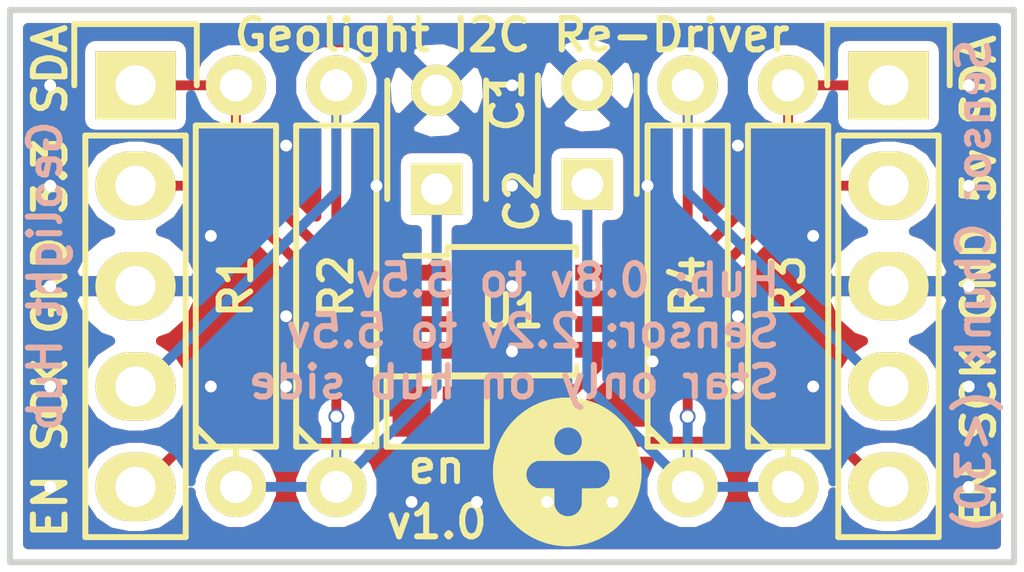
<source format=kicad_pcb>
(kicad_pcb (version 4) (host pcbnew 4.0.2-stable)

  (general
    (links 23)
    (no_connects 0)
    (area 136.139286 94.105 164.825 112.649001)
    (thickness 1.6)
    (drawings 11)
    (tracks 154)
    (zones 0)
    (modules 11)
    (nets 10)
  )

  (page A4)
  (layers
    (0 F.Cu signal)
    (31 B.Cu signal)
    (32 B.Adhes user)
    (33 F.Adhes user)
    (34 B.Paste user)
    (35 F.Paste user)
    (36 B.SilkS user)
    (37 F.SilkS user)
    (38 B.Mask user)
    (39 F.Mask user)
    (40 Dwgs.User user hide)
    (41 Cmts.User user hide)
    (42 Eco1.User user hide)
    (43 Eco2.User user hide)
    (44 Edge.Cuts user)
    (45 Margin user hide)
    (46 B.CrtYd user hide)
    (47 F.CrtYd user hide)
    (48 B.Fab user hide)
    (49 F.Fab user hide)
  )

  (setup
    (last_trace_width 0.25)
    (trace_clearance 0.2)
    (zone_clearance 0.254)
    (zone_45_only no)
    (trace_min 0.2032)
    (segment_width 0.2)
    (edge_width 0.15)
    (via_size 0.4)
    (via_drill 0.3)
    (via_min_size 0.3)
    (via_min_drill 0.3)
    (uvia_size 0.3)
    (uvia_drill 0.1)
    (uvias_allowed no)
    (uvia_min_size 0.2)
    (uvia_min_drill 0.1)
    (pcb_text_width 0.3)
    (pcb_text_size 1.5 1.5)
    (mod_edge_width 0.15)
    (mod_text_size 1 1)
    (mod_text_width 0.15)
    (pad_size 1.524 1.524)
    (pad_drill 0.762)
    (pad_to_mask_clearance 0.2)
    (aux_axis_origin 0 0)
    (visible_elements FFFFFF7F)
    (pcbplotparams
      (layerselection 0x010fc_80000001)
      (usegerberextensions true)
      (excludeedgelayer true)
      (linewidth 0.100000)
      (plotframeref false)
      (viasonmask false)
      (mode 1)
      (useauxorigin false)
      (hpglpennumber 1)
      (hpglpenspeed 20)
      (hpglpendiameter 15)
      (hpglpenoverlay 2)
      (psnegative false)
      (psa4output false)
      (plotreference true)
      (plotvalue true)
      (plotinvisibletext false)
      (padsonsilk true)
      (subtractmaskfromsilk true)
      (outputformat 1)
      (mirror false)
      (drillshape 0)
      (scaleselection 1)
      (outputdirectory /Users/bbmatkin/Documents/!SFU/!TANGIBLE/pcb/GEOLIGHT_EDA/geolight_i2cBuffer/geolight_i2cBuffer_v1.0/))
  )

  (net 0 "")
  (net 1 +3V3)
  (net 2 GND)
  (net 3 +5V)
  (net 4 "Net-(JP1-Pad1)")
  (net 5 "Net-(JP1-Pad2)")
  (net 6 "Net-(P2-Pad1)")
  (net 7 "Net-(P2-Pad4)")
  (net 8 "Net-(P1-Pad1)")
  (net 9 "Net-(P1-Pad4)")

  (net_class Default "This is the default net class."
    (clearance 0.2)
    (trace_width 0.25)
    (via_dia 0.4)
    (via_drill 0.3)
    (uvia_dia 0.3)
    (uvia_drill 0.1)
    (add_net +3V3)
    (add_net +5V)
    (add_net GND)
    (add_net "Net-(JP1-Pad1)")
    (add_net "Net-(JP1-Pad2)")
    (add_net "Net-(P1-Pad1)")
    (add_net "Net-(P1-Pad4)")
    (add_net "Net-(P2-Pad1)")
    (add_net "Net-(P2-Pad4)")
  )

  (module Capacitors_ThroughHole:C_Disc_D3_P2.5 (layer F.Cu) (tedit 58EC0FDD) (tstamp 58EC072E)
    (at 147.32 102.957 90)
    (descr "Capacitor 3mm Disc, Pitch 2.5mm")
    (tags Capacitor)
    (path /58EC0C12)
    (fp_text reference C1 (at 2.246 1.778 90) (layer F.SilkS)
      (effects (font (size 0.8 0.8) (thickness 0.15)))
    )
    (fp_text value 0.1uF (at 1.25 2.5 90) (layer F.Fab)
      (effects (font (size 1 1) (thickness 0.15)))
    )
    (fp_line (start -0.9 -1.5) (end 3.4 -1.5) (layer F.CrtYd) (width 0.05))
    (fp_line (start 3.4 -1.5) (end 3.4 1.5) (layer F.CrtYd) (width 0.05))
    (fp_line (start 3.4 1.5) (end -0.9 1.5) (layer F.CrtYd) (width 0.05))
    (fp_line (start -0.9 1.5) (end -0.9 -1.5) (layer F.CrtYd) (width 0.05))
    (fp_line (start -0.25 -1.25) (end 2.75 -1.25) (layer F.SilkS) (width 0.15))
    (fp_line (start 2.75 1.25) (end -0.25 1.25) (layer F.SilkS) (width 0.15))
    (pad 1 thru_hole rect (at 0 0 90) (size 1.3 1.3) (drill 0.8) (layers *.Cu *.Mask F.SilkS)
      (net 1 +3V3))
    (pad 2 thru_hole circle (at 2.5 0 90) (size 1.3 1.3) (drill 0.8001) (layers *.Cu *.Mask F.SilkS)
      (net 2 GND))
    (model Capacitors_ThroughHole.3dshapes/C_Disc_D3_P2.5.wrl
      (at (xyz 0.0492126 0 0))
      (scale (xyz 1 1 1))
      (rotate (xyz 0 0 0))
    )
  )

  (module Capacitors_ThroughHole:C_Disc_D3_P2.5 (layer F.Cu) (tedit 58EC0FE9) (tstamp 58EC0734)
    (at 151.13 102.83 90)
    (descr "Capacitor 3mm Disc, Pitch 2.5mm")
    (tags Capacitor)
    (path /58EC0D64)
    (fp_text reference C2 (at -0.421 -1.651 90) (layer F.SilkS)
      (effects (font (size 0.8 0.8) (thickness 0.15)))
    )
    (fp_text value 0.1uF (at 1.25 2.5 90) (layer F.Fab)
      (effects (font (size 1 1) (thickness 0.15)))
    )
    (fp_line (start -0.9 -1.5) (end 3.4 -1.5) (layer F.CrtYd) (width 0.05))
    (fp_line (start 3.4 -1.5) (end 3.4 1.5) (layer F.CrtYd) (width 0.05))
    (fp_line (start 3.4 1.5) (end -0.9 1.5) (layer F.CrtYd) (width 0.05))
    (fp_line (start -0.9 1.5) (end -0.9 -1.5) (layer F.CrtYd) (width 0.05))
    (fp_line (start -0.25 -1.25) (end 2.75 -1.25) (layer F.SilkS) (width 0.15))
    (fp_line (start 2.75 1.25) (end -0.25 1.25) (layer F.SilkS) (width 0.15))
    (pad 1 thru_hole rect (at 0 0 90) (size 1.3 1.3) (drill 0.8) (layers *.Cu *.Mask F.SilkS)
      (net 3 +5V))
    (pad 2 thru_hole circle (at 2.5 0 90) (size 1.3 1.3) (drill 0.8001) (layers *.Cu *.Mask F.SilkS)
      (net 2 GND))
    (model Capacitors_ThroughHole.3dshapes/C_Disc_D3_P2.5.wrl
      (at (xyz 0.0492126 0 0))
      (scale (xyz 1 1 1))
      (rotate (xyz 0 0 0))
    )
  )

  (module Connect:GS2 (layer F.Cu) (tedit 58EC142E) (tstamp 58EC073A)
    (at 147.32 108.585 90)
    (descr "Pontet Goute de soudure")
    (path /58EC05DD)
    (attr virtual)
    (fp_text reference en (at -1.397 0 180) (layer F.SilkS)
      (effects (font (size 0.8 0.8) (thickness 0.15)))
    )
    (fp_text value Jumper_NO_Small (at 1.524 0 180) (layer F.Fab)
      (effects (font (size 1 1) (thickness 0.15)))
    )
    (fp_line (start -0.889 -1.27) (end -0.889 1.27) (layer F.SilkS) (width 0.15))
    (fp_line (start 0.889 1.27) (end 0.889 -1.27) (layer F.SilkS) (width 0.15))
    (fp_line (start 0.889 1.27) (end -0.889 1.27) (layer F.SilkS) (width 0.15))
    (fp_line (start -0.889 -1.27) (end 0.889 -1.27) (layer F.SilkS) (width 0.15))
    (pad 1 smd rect (at 0 -0.635 90) (size 1.27 0.9652) (layers F.Cu F.Paste F.Mask)
      (net 4 "Net-(JP1-Pad1)"))
    (pad 2 smd rect (at 0 0.635 90) (size 1.27 0.9652) (layers F.Cu F.Paste F.Mask)
      (net 5 "Net-(JP1-Pad2)"))
  )

  (module Pin_Headers:Pin_Header_Straight_1x05 (layer F.Cu) (tedit 58EC1018) (tstamp 58EC0743)
    (at 139.7 100.33)
    (descr "Through hole pin header")
    (tags "pin header")
    (path /58EBFFB2)
    (fp_text reference P1 (at 0 -5.1) (layer F.SilkS) hide
      (effects (font (size 1 1) (thickness 0.15)))
    )
    (fp_text value FromHub (at 0 -3.1) (layer F.Fab)
      (effects (font (size 1 1) (thickness 0.15)))
    )
    (fp_line (start -1.55 0) (end -1.55 -1.55) (layer F.SilkS) (width 0.15))
    (fp_line (start -1.55 -1.55) (end 1.55 -1.55) (layer F.SilkS) (width 0.15))
    (fp_line (start 1.55 -1.55) (end 1.55 0) (layer F.SilkS) (width 0.15))
    (fp_line (start -1.75 -1.75) (end -1.75 11.95) (layer F.CrtYd) (width 0.05))
    (fp_line (start 1.75 -1.75) (end 1.75 11.95) (layer F.CrtYd) (width 0.05))
    (fp_line (start -1.75 -1.75) (end 1.75 -1.75) (layer F.CrtYd) (width 0.05))
    (fp_line (start -1.75 11.95) (end 1.75 11.95) (layer F.CrtYd) (width 0.05))
    (fp_line (start 1.27 1.27) (end 1.27 11.43) (layer F.SilkS) (width 0.15))
    (fp_line (start 1.27 11.43) (end -1.27 11.43) (layer F.SilkS) (width 0.15))
    (fp_line (start -1.27 11.43) (end -1.27 1.27) (layer F.SilkS) (width 0.15))
    (fp_line (start 1.27 1.27) (end -1.27 1.27) (layer F.SilkS) (width 0.15))
    (pad 1 thru_hole rect (at 0 0) (size 2.032 1.7272) (drill 1.016) (layers *.Cu *.Mask F.SilkS)
      (net 8 "Net-(P1-Pad1)"))
    (pad 2 thru_hole oval (at 0 2.54) (size 2.032 1.7272) (drill 1.016) (layers *.Cu *.Mask F.SilkS)
      (net 1 +3V3))
    (pad 3 thru_hole oval (at 0 5.08) (size 2.032 1.7272) (drill 1.016) (layers *.Cu *.Mask F.SilkS)
      (net 2 GND))
    (pad 4 thru_hole oval (at 0 7.62) (size 2.032 1.7272) (drill 1.016) (layers *.Cu *.Mask F.SilkS)
      (net 9 "Net-(P1-Pad4)"))
    (pad 5 thru_hole oval (at 0 10.16) (size 2.032 1.7272) (drill 1.016) (layers *.Cu *.Mask F.SilkS)
      (net 4 "Net-(JP1-Pad1)"))
    (model Pin_Headers.3dshapes/Pin_Header_Straight_1x05.wrl
      (at (xyz 0 -0.2 0))
      (scale (xyz 1 1 1))
      (rotate (xyz 0 0 90))
    )
  )

  (module Discret:R4 (layer F.Cu) (tedit 58EC0FF1) (tstamp 58EC0751)
    (at 142.24 105.41 90)
    (descr "Resitance 4 pas")
    (tags R)
    (path /58EC0334)
    (fp_text reference R1 (at 0 0 90) (layer F.SilkS)
      (effects (font (size 0.8 0.8) (thickness 0.15)))
    )
    (fp_text value 1k4 (at 0 0 90) (layer F.Fab)
      (effects (font (size 1 1) (thickness 0.15)))
    )
    (fp_line (start -5.08 0) (end -4.064 0) (layer F.SilkS) (width 0.15))
    (fp_line (start -4.064 0) (end -4.064 -1.016) (layer F.SilkS) (width 0.15))
    (fp_line (start -4.064 -1.016) (end 4.064 -1.016) (layer F.SilkS) (width 0.15))
    (fp_line (start 4.064 -1.016) (end 4.064 1.016) (layer F.SilkS) (width 0.15))
    (fp_line (start 4.064 1.016) (end -4.064 1.016) (layer F.SilkS) (width 0.15))
    (fp_line (start -4.064 1.016) (end -4.064 0) (layer F.SilkS) (width 0.15))
    (fp_line (start -4.064 -0.508) (end -3.556 -1.016) (layer F.SilkS) (width 0.15))
    (fp_line (start 5.08 0) (end 4.064 0) (layer F.SilkS) (width 0.15))
    (pad 1 thru_hole circle (at -5.08 0 90) (size 1.524 1.524) (drill 0.8128) (layers *.Cu *.Mask F.SilkS)
      (net 1 +3V3))
    (pad 2 thru_hole circle (at 5.08 0 90) (size 1.524 1.524) (drill 0.8128) (layers *.Cu *.Mask F.SilkS)
      (net 8 "Net-(P1-Pad1)"))
    (model Discret.3dshapes/R4.wrl
      (at (xyz 0 0 0))
      (scale (xyz 0.4 0.4 0.4))
      (rotate (xyz 0 0 0))
    )
  )

  (module Discret:R4 (layer F.Cu) (tedit 58EC0FF6) (tstamp 58EC0757)
    (at 144.78 105.41 90)
    (descr "Resitance 4 pas")
    (tags R)
    (path /58EC035E)
    (fp_text reference R2 (at 0 0 90) (layer F.SilkS)
      (effects (font (size 0.8 0.8) (thickness 0.15)))
    )
    (fp_text value 1k4 (at 0 0 90) (layer F.Fab)
      (effects (font (size 1 1) (thickness 0.15)))
    )
    (fp_line (start -5.08 0) (end -4.064 0) (layer F.SilkS) (width 0.15))
    (fp_line (start -4.064 0) (end -4.064 -1.016) (layer F.SilkS) (width 0.15))
    (fp_line (start -4.064 -1.016) (end 4.064 -1.016) (layer F.SilkS) (width 0.15))
    (fp_line (start 4.064 -1.016) (end 4.064 1.016) (layer F.SilkS) (width 0.15))
    (fp_line (start 4.064 1.016) (end -4.064 1.016) (layer F.SilkS) (width 0.15))
    (fp_line (start -4.064 1.016) (end -4.064 0) (layer F.SilkS) (width 0.15))
    (fp_line (start -4.064 -0.508) (end -3.556 -1.016) (layer F.SilkS) (width 0.15))
    (fp_line (start 5.08 0) (end 4.064 0) (layer F.SilkS) (width 0.15))
    (pad 1 thru_hole circle (at -5.08 0 90) (size 1.524 1.524) (drill 0.8128) (layers *.Cu *.Mask F.SilkS)
      (net 1 +3V3))
    (pad 2 thru_hole circle (at 5.08 0 90) (size 1.524 1.524) (drill 0.8128) (layers *.Cu *.Mask F.SilkS)
      (net 9 "Net-(P1-Pad4)"))
    (model Discret.3dshapes/R4.wrl
      (at (xyz 0 0 0))
      (scale (xyz 0.4 0.4 0.4))
      (rotate (xyz 0 0 0))
    )
  )

  (module Discret:R4 (layer F.Cu) (tedit 58EC100D) (tstamp 58EC075D)
    (at 156.21 105.41 90)
    (descr "Resitance 4 pas")
    (tags R)
    (path /58EC037F)
    (fp_text reference R3 (at 0 0 90) (layer F.SilkS)
      (effects (font (size 0.8 0.8) (thickness 0.15)))
    )
    (fp_text value 1k8 (at 0 0 90) (layer F.Fab)
      (effects (font (size 1 1) (thickness 0.15)))
    )
    (fp_line (start -5.08 0) (end -4.064 0) (layer F.SilkS) (width 0.15))
    (fp_line (start -4.064 0) (end -4.064 -1.016) (layer F.SilkS) (width 0.15))
    (fp_line (start -4.064 -1.016) (end 4.064 -1.016) (layer F.SilkS) (width 0.15))
    (fp_line (start 4.064 -1.016) (end 4.064 1.016) (layer F.SilkS) (width 0.15))
    (fp_line (start 4.064 1.016) (end -4.064 1.016) (layer F.SilkS) (width 0.15))
    (fp_line (start -4.064 1.016) (end -4.064 0) (layer F.SilkS) (width 0.15))
    (fp_line (start -4.064 -0.508) (end -3.556 -1.016) (layer F.SilkS) (width 0.15))
    (fp_line (start 5.08 0) (end 4.064 0) (layer F.SilkS) (width 0.15))
    (pad 1 thru_hole circle (at -5.08 0 90) (size 1.524 1.524) (drill 0.8128) (layers *.Cu *.Mask F.SilkS)
      (net 3 +5V))
    (pad 2 thru_hole circle (at 5.08 0 90) (size 1.524 1.524) (drill 0.8128) (layers *.Cu *.Mask F.SilkS)
      (net 6 "Net-(P2-Pad1)"))
    (model Discret.3dshapes/R4.wrl
      (at (xyz 0 0 0))
      (scale (xyz 0.4 0.4 0.4))
      (rotate (xyz 0 0 0))
    )
  )

  (module Discret:R4 (layer F.Cu) (tedit 58EC1007) (tstamp 58EC0763)
    (at 153.67 105.41 90)
    (descr "Resitance 4 pas")
    (tags R)
    (path /58EC03AE)
    (fp_text reference R4 (at 0 0 90) (layer F.SilkS)
      (effects (font (size 0.8 0.8) (thickness 0.15)))
    )
    (fp_text value 1k8 (at 0 0 90) (layer F.Fab)
      (effects (font (size 1 1) (thickness 0.15)))
    )
    (fp_line (start -5.08 0) (end -4.064 0) (layer F.SilkS) (width 0.15))
    (fp_line (start -4.064 0) (end -4.064 -1.016) (layer F.SilkS) (width 0.15))
    (fp_line (start -4.064 -1.016) (end 4.064 -1.016) (layer F.SilkS) (width 0.15))
    (fp_line (start 4.064 -1.016) (end 4.064 1.016) (layer F.SilkS) (width 0.15))
    (fp_line (start 4.064 1.016) (end -4.064 1.016) (layer F.SilkS) (width 0.15))
    (fp_line (start -4.064 1.016) (end -4.064 0) (layer F.SilkS) (width 0.15))
    (fp_line (start -4.064 -0.508) (end -3.556 -1.016) (layer F.SilkS) (width 0.15))
    (fp_line (start 5.08 0) (end 4.064 0) (layer F.SilkS) (width 0.15))
    (pad 1 thru_hole circle (at -5.08 0 90) (size 1.524 1.524) (drill 0.8128) (layers *.Cu *.Mask F.SilkS)
      (net 3 +5V))
    (pad 2 thru_hole circle (at 5.08 0 90) (size 1.524 1.524) (drill 0.8128) (layers *.Cu *.Mask F.SilkS)
      (net 7 "Net-(P2-Pad4)"))
    (model Discret.3dshapes/R4.wrl
      (at (xyz 0 0 0))
      (scale (xyz 0.4 0.4 0.4))
      (rotate (xyz 0 0 0))
    )
  )

  (module Housings_SSOP:TSSOP-8_3x3mm_Pitch0.65mm (layer F.Cu) (tedit 58EC1002) (tstamp 58EC076F)
    (at 149.225 106.045)
    (descr "TSSOP8: plastic thin shrink small outline package; 8 leads; body width 3 mm; (see NXP SSOP-TSSOP-VSO-REFLOW.pdf and sot505-1_po.pdf)")
    (tags "SSOP 0.65")
    (path /58EBFF23)
    (attr smd)
    (fp_text reference U1 (at 0 0) (layer F.SilkS)
      (effects (font (size 0.8 0.8) (thickness 0.15)))
    )
    (fp_text value PCA9617A (at 0 2.55) (layer F.Fab)
      (effects (font (size 1 1) (thickness 0.15)))
    )
    (fp_line (start -2.95 -1.8) (end -2.95 1.8) (layer F.CrtYd) (width 0.05))
    (fp_line (start 2.95 -1.8) (end 2.95 1.8) (layer F.CrtYd) (width 0.05))
    (fp_line (start -2.95 -1.8) (end 2.95 -1.8) (layer F.CrtYd) (width 0.05))
    (fp_line (start -2.95 1.8) (end 2.95 1.8) (layer F.CrtYd) (width 0.05))
    (fp_line (start -1.625 -1.625) (end -1.625 -1.4) (layer F.SilkS) (width 0.15))
    (fp_line (start 1.625 -1.625) (end 1.625 -1.4) (layer F.SilkS) (width 0.15))
    (fp_line (start 1.625 1.625) (end 1.625 1.4) (layer F.SilkS) (width 0.15))
    (fp_line (start -1.625 1.625) (end -1.625 1.4) (layer F.SilkS) (width 0.15))
    (fp_line (start -1.625 -1.625) (end 1.625 -1.625) (layer F.SilkS) (width 0.15))
    (fp_line (start -1.625 1.625) (end 1.625 1.625) (layer F.SilkS) (width 0.15))
    (fp_line (start -1.625 -1.4) (end -2.7 -1.4) (layer F.SilkS) (width 0.15))
    (pad 1 smd rect (at -2.15 -0.975) (size 1.1 0.4) (layers F.Cu F.Paste F.Mask)
      (net 1 +3V3))
    (pad 2 smd rect (at -2.15 -0.325) (size 1.1 0.4) (layers F.Cu F.Paste F.Mask)
      (net 9 "Net-(P1-Pad4)"))
    (pad 3 smd rect (at -2.15 0.325) (size 1.1 0.4) (layers F.Cu F.Paste F.Mask)
      (net 8 "Net-(P1-Pad1)"))
    (pad 4 smd rect (at -2.15 0.975) (size 1.1 0.4) (layers F.Cu F.Paste F.Mask)
      (net 2 GND))
    (pad 5 smd rect (at 2.15 0.975) (size 1.1 0.4) (layers F.Cu F.Paste F.Mask)
      (net 5 "Net-(JP1-Pad2)"))
    (pad 6 smd rect (at 2.15 0.325) (size 1.1 0.4) (layers F.Cu F.Paste F.Mask)
      (net 6 "Net-(P2-Pad1)"))
    (pad 7 smd rect (at 2.15 -0.325) (size 1.1 0.4) (layers F.Cu F.Paste F.Mask)
      (net 7 "Net-(P2-Pad4)"))
    (pad 8 smd rect (at 2.15 -0.975) (size 1.1 0.4) (layers F.Cu F.Paste F.Mask)
      (net 3 +5V))
    (model Housings_SSOP.3dshapes/TSSOP-8_3x3mm_Pitch0.65mm.wrl
      (at (xyz 0 0 0))
      (scale (xyz 1 1 1))
      (rotate (xyz 0 0 0))
    )
  )

  (module Socket_Strips:Socket_Strip_Straight_1x05 (layer F.Cu) (tedit 58EC1016) (tstamp 58EC0B7F)
    (at 158.75 100.33 270)
    (descr "Through hole socket strip")
    (tags "socket strip")
    (path /58EC000F)
    (fp_text reference P2 (at 0 -5.1 270) (layer F.SilkS) hide
      (effects (font (size 1 1) (thickness 0.15)))
    )
    (fp_text value ToSensor (at 0 -3.1 270) (layer F.Fab)
      (effects (font (size 1 1) (thickness 0.15)))
    )
    (fp_line (start -1.75 -1.75) (end -1.75 1.75) (layer F.CrtYd) (width 0.05))
    (fp_line (start 11.95 -1.75) (end 11.95 1.75) (layer F.CrtYd) (width 0.05))
    (fp_line (start -1.75 -1.75) (end 11.95 -1.75) (layer F.CrtYd) (width 0.05))
    (fp_line (start -1.75 1.75) (end 11.95 1.75) (layer F.CrtYd) (width 0.05))
    (fp_line (start 1.27 1.27) (end 11.43 1.27) (layer F.SilkS) (width 0.15))
    (fp_line (start 11.43 1.27) (end 11.43 -1.27) (layer F.SilkS) (width 0.15))
    (fp_line (start 11.43 -1.27) (end 1.27 -1.27) (layer F.SilkS) (width 0.15))
    (fp_line (start -1.55 1.55) (end 0 1.55) (layer F.SilkS) (width 0.15))
    (fp_line (start 1.27 1.27) (end 1.27 -1.27) (layer F.SilkS) (width 0.15))
    (fp_line (start 0 -1.55) (end -1.55 -1.55) (layer F.SilkS) (width 0.15))
    (fp_line (start -1.55 -1.55) (end -1.55 1.55) (layer F.SilkS) (width 0.15))
    (pad 1 thru_hole rect (at 0 0 270) (size 1.7272 2.032) (drill 1.016) (layers *.Cu *.Mask F.SilkS)
      (net 6 "Net-(P2-Pad1)"))
    (pad 2 thru_hole oval (at 2.54 0 270) (size 1.7272 2.032) (drill 1.016) (layers *.Cu *.Mask F.SilkS)
      (net 3 +5V))
    (pad 3 thru_hole oval (at 5.08 0 270) (size 1.7272 2.032) (drill 1.016) (layers *.Cu *.Mask F.SilkS)
      (net 2 GND))
    (pad 4 thru_hole oval (at 7.62 0 270) (size 1.7272 2.032) (drill 1.016) (layers *.Cu *.Mask F.SilkS)
      (net 7 "Net-(P2-Pad4)"))
    (pad 5 thru_hole oval (at 10.16 0 270) (size 1.7272 2.032) (drill 1.016) (layers *.Cu *.Mask F.SilkS)
      (net 4 "Net-(JP1-Pad1)"))
    (model Socket_Strips.3dshapes/Socket_Strip_Straight_1x05.wrl
      (at (xyz 0.2 0 0))
      (scale (xyz 1 1 1))
      (rotate (xyz 0 0 180))
    )
  )

  (module Symbols:TI_Logo_F.SilkS_4mm (layer F.Cu) (tedit 0) (tstamp 58EC10B4)
    (at 150.622 110.109)
    (fp_text reference G*** (at 0 0) (layer F.SilkS) hide
      (effects (font (thickness 0.3)))
    )
    (fp_text value LOGO (at 0.75 0) (layer F.SilkS) hide
      (effects (font (thickness 0.3)))
    )
    (fp_poly (pts (xy 0.031768 -1.874301) (xy 0.073178 -1.873693) (xy 0.112288 -1.872594) (xy 0.147734 -1.871003)
      (xy 0.178152 -1.868919) (xy 0.192314 -1.867556) (xy 0.310469 -1.851063) (xy 0.426117 -1.827813)
      (xy 0.539121 -1.797865) (xy 0.649345 -1.76128) (xy 0.756651 -1.718115) (xy 0.860904 -1.66843)
      (xy 0.961966 -1.612283) (xy 1.059701 -1.549734) (xy 1.153972 -1.480842) (xy 1.227521 -1.420583)
      (xy 1.251098 -1.399607) (xy 1.277731 -1.374773) (xy 1.306218 -1.34729) (xy 1.33536 -1.318367)
      (xy 1.363954 -1.289213) (xy 1.390801 -1.26104) (xy 1.4147 -1.235055) (xy 1.434451 -1.212469)
      (xy 1.436415 -1.210129) (xy 1.50997 -1.116643) (xy 1.576823 -1.020411) (xy 1.637016 -0.921363)
      (xy 1.690592 -0.819431) (xy 1.72836 -0.7366) (xy 1.770582 -0.628447) (xy 1.805848 -0.518627)
      (xy 1.834179 -0.407456) (xy 1.855598 -0.295252) (xy 1.870127 -0.182331) (xy 1.877786 -0.06901)
      (xy 1.878599 0.044396) (xy 1.872587 0.157569) (xy 1.859773 0.270194) (xy 1.840177 0.381952)
      (xy 1.813823 0.492529) (xy 1.780731 0.601608) (xy 1.740925 0.708871) (xy 1.694425 0.814003)
      (xy 1.641254 0.916686) (xy 1.609994 0.970643) (xy 1.555876 1.055264) (xy 1.497413 1.136234)
      (xy 1.43377 1.214615) (xy 1.364109 1.291469) (xy 1.328208 1.328208) (xy 1.285381 1.37011)
      (xy 1.24497 1.407593) (xy 1.20523 1.44218) (xy 1.164412 1.475396) (xy 1.123244 1.506921)
      (xy 1.027279 1.574055) (xy 0.928126 1.634691) (xy 0.825931 1.688773) (xy 0.720843 1.736249)
      (xy 0.613009 1.777064) (xy 0.502575 1.811165) (xy 0.389688 1.838498) (xy 0.274497 1.859009)
      (xy 0.157148 1.872643) (xy 0.114362 1.875861) (xy 0.089317 1.877125) (xy 0.059645 1.878061)
      (xy 0.027286 1.878655) (xy -0.005818 1.878896) (xy -0.037726 1.87877) (xy -0.066497 1.878264)
      (xy -0.09019 1.877365) (xy -0.092529 1.877235) (xy -0.21185 1.866792) (xy -0.328848 1.849537)
      (xy -0.443387 1.825523) (xy -0.555334 1.794804) (xy -0.664554 1.757437) (xy -0.770913 1.713474)
      (xy -0.874278 1.662971) (xy -0.974513 1.605982) (xy -1.071485 1.542562) (xy -1.16506 1.472766)
      (xy -1.238849 1.411087) (xy -1.2628 1.389341) (xy -1.289871 1.363572) (xy -1.318755 1.335119)
      (xy -1.348142 1.305319) (xy -1.376722 1.27551) (xy -1.403188 1.247031) (xy -1.426229 1.221218)
      (xy -1.437272 1.20828) (xy -1.510135 1.115498) (xy -1.576629 1.019284) (xy -1.636687 0.919812)
      (xy -1.690237 0.817254) (xy -1.73721 0.711784) (xy -1.777537 0.603573) (xy -1.811148 0.492797)
      (xy -1.837974 0.379627) (xy -1.857944 0.264237) (xy -1.87099 0.1468) (xy -1.872617 0.125186)
      (xy -1.874117 0.096064) (xy -1.875017 0.061633) (xy -1.875017 0.061588) (xy -1.035688 0.061588)
      (xy -1.034076 0.106052) (xy -1.027659 0.148416) (xy -1.024496 0.161471) (xy -1.017686 0.182119)
      (xy -1.007774 0.206105) (xy -0.995957 0.230919) (xy -0.983432 0.254052) (xy -0.971396 0.272996)
      (xy -0.971095 0.273418) (xy -0.945585 0.30436) (xy -0.91514 0.333584) (xy -0.881516 0.359701)
      (xy -0.846471 0.38132) (xy -0.817752 0.394776) (xy -0.805429 0.399671) (xy -0.794655 0.403846)
      (xy -0.784754 0.407362) (xy -0.775051 0.410281) (xy -0.764873 0.412662) (xy -0.753544 0.414567)
      (xy -0.740389 0.416057) (xy -0.724734 0.417191) (xy -0.705904 0.418032) (xy -0.683225 0.41864)
      (xy -0.656021 0.419075) (xy -0.623619 0.419398) (xy -0.585342 0.419671) (xy -0.540517 0.419953)
      (xy -0.538101 0.419969) (xy -0.330531 0.421296) (xy -0.329349 0.628841) (xy -0.329081 0.67554)
      (xy -0.328794 0.715655) (xy -0.328411 0.749856) (xy -0.327854 0.778818) (xy -0.327044 0.803211)
      (xy -0.325901 0.823708) (xy -0.324349 0.84098) (xy -0.322308 0.855701) (xy -0.3197 0.868541)
      (xy -0.316446 0.880174) (xy -0.312468 0.891272) (xy -0.307688 0.902505) (xy -0.302026 0.914548)
      (xy -0.295405 0.928071) (xy -0.294098 0.930729) (xy -0.268576 0.974599) (xy -0.237446 1.013931)
      (xy -0.200998 1.04842) (xy -0.159519 1.077758) (xy -0.150588 1.083013) (xy -0.127748 1.094409)
      (xy -0.100703 1.105377) (xy -0.072294 1.114927) (xy -0.04536 1.122067) (xy -0.030843 1.124818)
      (xy -0.010025 1.126717) (xy 0.015276 1.12713) (xy 0.04256 1.126183) (xy 0.069326 1.124001)
      (xy 0.093074 1.12071) (xy 0.106107 1.117933) (xy 0.154808 1.101974) (xy 0.199052 1.080406)
      (xy 0.239256 1.052999) (xy 0.266773 1.0287) (xy 0.300303 0.991404) (xy 0.327699 0.950923)
      (xy 0.349481 0.9064) (xy 0.36181 0.871903) (xy 0.371697 0.840014) (xy 0.373627 0.631371)
      (xy 0.375557 0.422729) (xy 0.5842 0.420781) (xy 0.628436 0.42036) (xy 0.666047 0.419973)
      (xy 0.697664 0.419592) (xy 0.723921 0.41919) (xy 0.745448 0.418739) (xy 0.762878 0.418212)
      (xy 0.776843 0.417583) (xy 0.787974 0.416823) (xy 0.796904 0.415906) (xy 0.804263 0.414804)
      (xy 0.810685 0.41349) (xy 0.816801 0.411937) (xy 0.821763 0.410543) (xy 0.869271 0.39329)
      (xy 0.913544 0.369923) (xy 0.953976 0.340957) (xy 0.989959 0.306906) (xy 1.020889 0.268285)
      (xy 1.046158 0.225609) (xy 1.050671 0.216217) (xy 1.060841 0.192943) (xy 1.06838 0.172126)
      (xy 1.073651 0.151914) (xy 1.077016 0.130454) (xy 1.078839 0.105893) (xy 1.079481 0.076378)
      (xy 1.0795 0.068943) (xy 1.079388 0.04464) (xy 1.078958 0.026018) (xy 1.078068 0.011503)
      (xy 1.076576 -0.000479) (xy 1.074341 -0.011502) (xy 1.071221 -0.023141) (xy 1.071202 -0.023205)
      (xy 1.055188 -0.068535) (xy 1.034388 -0.109445) (xy 1.007906 -0.147488) (xy 0.983536 -0.175329)
      (xy 0.947044 -0.208587) (xy 0.9065 -0.236305) (xy 0.862788 -0.257991) (xy 0.816793 -0.273149)
      (xy 0.802977 -0.276289) (xy 0.798924 -0.277078) (xy 0.794605 -0.277803) (xy 0.789715 -0.278466)
      (xy 0.783952 -0.27907) (xy 0.777013 -0.279617) (xy 0.768596 -0.28011) (xy 0.758397 -0.280549)
      (xy 0.746113 -0.280939) (xy 0.731442 -0.281281) (xy 0.71408 -0.281577) (xy 0.693726 -0.281829)
      (xy 0.670075 -0.282041) (xy 0.642825 -0.282213) (xy 0.611673 -0.282348) (xy 0.576316 -0.28245)
      (xy 0.536452 -0.282519) (xy 0.491777 -0.282557) (xy 0.441988 -0.282569) (xy 0.386784 -0.282555)
      (xy 0.325859 -0.282517) (xy 0.258913 -0.282459) (xy 0.185642 -0.282382) (xy 0.105742 -0.282288)
      (xy 0.018912 -0.282181) (xy 0.011912 -0.282172) (xy -0.745671 -0.281214) (xy -0.774592 -0.272791)
      (xy -0.820971 -0.255762) (xy -0.86493 -0.23268) (xy -0.905436 -0.204264) (xy -0.941458 -0.171235)
      (xy -0.971095 -0.135533) (xy -0.983101 -0.116734) (xy -0.995628 -0.09368) (xy -1.007479 -0.068878)
      (xy -1.017457 -0.044838) (xy -1.024366 -0.024069) (xy -1.024496 -0.023586) (xy -1.032495 0.017538)
      (xy -1.035688 0.061588) (xy -1.875017 0.061588) (xy -1.875344 0.023479) (xy -1.875125 -0.016807)
      (xy -1.87439 -0.057638) (xy -1.873164 -0.097424) (xy -1.871477 -0.134576) (xy -1.869355 -0.167506)
      (xy -1.867087 -0.192314) (xy -1.850607 -0.309744) (xy -1.827369 -0.42478) (xy -1.797503 -0.537213)
      (xy -1.761136 -0.646829) (xy -1.718397 -0.753417) (xy -1.70831 -0.7747) (xy -0.328099 -0.7747)
      (xy -0.328048 -0.749494) (xy -0.327552 -0.729995) (xy -0.326494 -0.714658) (xy -0.324757 -0.701941)
      (xy -0.322225 -0.6903) (xy -0.321518 -0.687614) (xy -0.304869 -0.639245) (xy -0.282226 -0.594311)
      (xy -0.254056 -0.553326) (xy -0.220826 -0.516805) (xy -0.183003 -0.485263) (xy -0.141056 -0.459214)
      (xy -0.096157 -0.439426) (xy -0.075062 -0.432403) (xy -0.055745 -0.427414) (xy -0.036275 -0.424199)
      (xy -0.014726 -0.422497) (xy 0.010832 -0.42205) (xy 0.030843 -0.422317) (xy 0.054427 -0.422968)
      (xy 0.072577 -0.42392) (xy 0.087115 -0.425393) (xy 0.099864 -0.427606) (xy 0.112646 -0.430779)
      (xy 0.120819 -0.433153) (xy 0.168578 -0.451183) (xy 0.212519 -0.475203) (xy 0.25223 -0.504799)
      (xy 0.287301 -0.539553) (xy 0.317323 -0.579051) (xy 0.341885 -0.622876) (xy 0.360578 -0.670612)
      (xy 0.363055 -0.678787) (xy 0.368303 -0.703032) (xy 0.371727 -0.732065) (xy 0.373271 -0.763636)
      (xy 0.372878 -0.795493) (xy 0.370494 -0.825388) (xy 0.367237 -0.845783) (xy 0.353852 -0.89313)
      (xy 0.334148 -0.937498) (xy 0.308623 -0.978393) (xy 0.277777 -1.015326) (xy 0.242108 -1.047804)
      (xy 0.202114 -1.075336) (xy 0.158294 -1.09743) (xy 0.111147 -1.113594) (xy 0.090731 -1.118444)
      (xy 0.060189 -1.122757) (xy 0.025776 -1.12426) (xy -0.009723 -1.123025) (xy -0.043521 -1.119128)
      (xy -0.067129 -1.11423) (xy -0.106858 -1.100809) (xy -0.146807 -1.081657) (xy -0.184867 -1.057918)
      (xy -0.215663 -1.033666) (xy -0.242591 -1.006026) (xy -0.267665 -0.972885) (xy -0.28982 -0.935959)
      (xy -0.307995 -0.896959) (xy -0.317939 -0.868819) (xy -0.321643 -0.856073) (xy -0.324301 -0.844891)
      (xy -0.326092 -0.833613) (xy -0.327195 -0.820575) (xy -0.32779 -0.804115) (xy -0.328056 -0.782569)
      (xy -0.328099 -0.7747) (xy -1.70831 -0.7747) (xy -1.669415 -0.856765) (xy -1.614319 -0.956661)
      (xy -1.553238 -1.052893) (xy -1.4863 -1.14525) (xy -1.413634 -1.233519) (xy -1.335369 -1.317489)
      (xy -1.251633 -1.396947) (xy -1.162556 -1.471683) (xy -1.068267 -1.541484) (xy -1.032329 -1.565855)
      (xy -0.997077 -1.588877) (xy -0.965527 -1.608702) (xy -0.935608 -1.626528) (xy -0.905248 -1.643557)
      (xy -0.872378 -1.660989) (xy -0.8382 -1.678383) (xy -0.73678 -1.725588) (xy -0.633547 -1.766296)
      (xy -0.527976 -1.800661) (xy -0.419539 -1.828835) (xy -0.307711 -1.850974) (xy -0.191964 -1.867229)
      (xy -0.188686 -1.867598) (xy -0.162093 -1.869947) (xy -0.129624 -1.871804) (xy -0.09264 -1.873167)
      (xy -0.052504 -1.874038) (xy -0.010581 -1.874415) (xy 0.031768 -1.874301)) (layer F.SilkS) (width 0.01))
  )

  (gr_text "Hub: 0.8v to 5.5v\nSensor: 2.2v to 5.5v\nStar only on hub side" (at 156.083 106.553) (layer B.SilkS) (tstamp 58EC1359)
    (effects (font (size 0.8 0.8) (thickness 0.1524)) (justify left mirror))
  )
  (gr_text "Sensor Chunk (<30)" (at 160.909 105.41 90) (layer B.SilkS) (tstamp 58EC12A0)
    (effects (font (size 0.8 0.8) (thickness 0.1524)) (justify mirror))
  )
  (gr_text "Geolight Hub" (at 137.414 105.156 90) (layer B.SilkS) (tstamp 58EC1225)
    (effects (font (size 0.8 0.8) (thickness 0.1524)) (justify mirror))
  )
  (gr_text v1.0 (at 147.32 111.379) (layer F.SilkS) (tstamp 58EC1171)
    (effects (font (size 0.8 0.8) (thickness 0.1524)))
  )
  (gr_text "Geolight I2C Re-Driver" (at 149.225 99.06) (layer F.SilkS) (tstamp 58EC113C)
    (effects (font (size 0.8 0.8) (thickness 0.1524)))
  )
  (gr_line (start 161.925 112.395) (end 161.925 98.425) (layer Edge.Cuts) (width 0.15))
  (gr_line (start 136.525 112.395) (end 161.925 112.395) (layer Edge.Cuts) (width 0.15))
  (gr_line (start 136.525 98.425) (end 136.525 112.395) (layer Edge.Cuts) (width 0.15))
  (gr_line (start 161.925 98.425) (end 136.525 98.425) (layer Edge.Cuts) (width 0.15))
  (gr_text "EN SCK GND 5v SDA" (at 161.036 105.283 90) (layer F.SilkS) (tstamp 58EC0C4F)
    (effects (font (size 0.8 0.8) (thickness 0.1524)))
  )
  (gr_text "EN SCK GND 3.3 SDA" (at 137.541 105.283 90) (layer F.SilkS)
    (effects (font (size 0.8 0.8) (thickness 0.1524)))
  )

  (segment (start 139.7 102.87) (end 141.859 102.87) (width 0.25) (layer F.Cu) (net 1))
  (segment (start 141.859 102.87) (end 144.78 105.791) (width 0.25) (layer F.Cu) (net 1))
  (segment (start 144.78 105.791) (end 144.78 108.429162) (width 0.25) (layer F.Cu) (net 1))
  (segment (start 144.78 108.429162) (end 144.78 108.712004) (width 0.25) (layer F.Cu) (net 1))
  (via (at 144.78 108.712004) (size 0.4) (drill 0.3) (layers F.Cu B.Cu) (net 1))
  (segment (start 144.78 110.49) (end 144.78 108.712004) (width 0.25) (layer B.Cu) (net 1))
  (segment (start 144.78 110.49) (end 143.70237 110.49) (width 0.25) (layer B.Cu) (net 1))
  (segment (start 143.70237 110.49) (end 142.24 110.49) (width 0.25) (layer B.Cu) (net 1))
  (segment (start 147.32 102.957) (end 147.32 107.95) (width 0.25) (layer B.Cu) (net 1))
  (segment (start 147.32 107.95) (end 144.78 110.49) (width 0.25) (layer B.Cu) (net 1))
  (segment (start 147.32 102.957) (end 147.32 104.825) (width 0.25) (layer F.Cu) (net 1))
  (segment (start 147.32 104.825) (end 147.075 105.07) (width 0.25) (layer F.Cu) (net 1))
  (segment (start 152.980999 107.115001) (end 152.781 107.315) (width 0.25) (layer B.Cu) (net 2))
  (segment (start 153.924 106.172) (end 152.980999 107.115001) (width 0.25) (layer B.Cu) (net 2))
  (segment (start 154.94 106.172) (end 153.924 106.172) (width 0.25) (layer B.Cu) (net 2))
  (via (at 152.781 107.315) (size 0.4) (drill 0.3) (layers F.Cu B.Cu) (net 2))
  (segment (start 147.075 107.02) (end 145.964 107.02) (width 0.25) (layer F.Cu) (net 2))
  (segment (start 145.964 107.02) (end 145.669 107.315) (width 0.25) (layer F.Cu) (net 2))
  (via (at 145.669 107.315) (size 0.4) (drill 0.3) (layers F.Cu B.Cu) (net 2))
  (segment (start 151.13 100.33) (end 152.217001 99.242999) (width 0.25) (layer B.Cu) (net 2))
  (segment (start 152.217001 99.242999) (end 154.191761 99.242999) (width 0.25) (layer B.Cu) (net 2))
  (via (at 154.94 101.854) (size 0.4) (drill 0.3) (layers F.Cu B.Cu) (net 2))
  (segment (start 154.191761 99.242999) (end 154.94 99.991238) (width 0.25) (layer B.Cu) (net 2))
  (segment (start 154.94 99.991238) (end 154.94 101.854) (width 0.25) (layer B.Cu) (net 2))
  (segment (start 143.51 101.854) (end 143.51 102.235) (width 0.25) (layer B.Cu) (net 2))
  (segment (start 143.51 102.235) (end 141.605 104.14) (width 0.25) (layer B.Cu) (net 2))
  (segment (start 147.32 100.457) (end 146.105999 99.242999) (width 0.25) (layer F.Cu) (net 2))
  (segment (start 146.105999 99.242999) (end 144.258239 99.242999) (width 0.25) (layer F.Cu) (net 2))
  (via (at 143.51 101.854) (size 0.4) (drill 0.3) (layers F.Cu B.Cu) (net 2))
  (segment (start 144.258239 99.242999) (end 143.51 99.991238) (width 0.25) (layer F.Cu) (net 2))
  (segment (start 143.51 99.991238) (end 143.51 101.854) (width 0.25) (layer F.Cu) (net 2))
  (segment (start 151.13 100.33) (end 152.654 101.854) (width 0.25) (layer F.Cu) (net 2))
  (segment (start 152.654 101.854) (end 152.654 102.87) (width 0.25) (layer F.Cu) (net 2))
  (via (at 152.654 102.87) (size 0.4) (drill 0.3) (layers F.Cu B.Cu) (net 2))
  (segment (start 147.32 100.457) (end 145.796 101.981) (width 0.25) (layer B.Cu) (net 2))
  (segment (start 145.796 101.981) (end 145.796 102.87) (width 0.25) (layer B.Cu) (net 2))
  (via (at 145.796 102.87) (size 0.4) (drill 0.3) (layers F.Cu B.Cu) (net 2))
  (segment (start 158.75 105.41) (end 157.127844 105.41) (width 0.25) (layer F.Cu) (net 2))
  (segment (start 157.127844 105.41) (end 157.127844 104.14) (width 0.25) (layer F.Cu) (net 2))
  (segment (start 157.127844 104.14) (end 156.845002 104.14) (width 0.25) (layer F.Cu) (net 2))
  (via (at 156.845002 104.14) (size 0.4) (drill 0.3) (layers F.Cu B.Cu) (net 2))
  (segment (start 154.94 107.95) (end 156.845 107.95) (width 0.25) (layer F.Cu) (net 2))
  (via (at 156.845 107.95) (size 0.4) (drill 0.3) (layers F.Cu B.Cu) (net 2))
  (segment (start 154.94 106.172) (end 154.94 107.95) (width 0.25) (layer B.Cu) (net 2))
  (via (at 154.94 107.95) (size 0.4) (drill 0.3) (layers F.Cu B.Cu) (net 2))
  (segment (start 158.75 105.41) (end 155.702 105.41) (width 0.25) (layer F.Cu) (net 2))
  (segment (start 155.702 105.41) (end 154.94 106.172) (width 0.25) (layer F.Cu) (net 2))
  (via (at 154.94 106.172) (size 0.4) (drill 0.3) (layers F.Cu B.Cu) (net 2))
  (segment (start 141.605 107.95) (end 143.51 107.95) (width 0.25) (layer F.Cu) (net 2))
  (via (at 143.51 107.95) (size 0.4) (drill 0.3) (layers F.Cu B.Cu) (net 2))
  (segment (start 143.51 106.172) (end 141.732 107.95) (width 0.25) (layer B.Cu) (net 2))
  (segment (start 141.732 107.95) (end 141.605 107.95) (width 0.25) (layer B.Cu) (net 2))
  (via (at 141.605 107.95) (size 0.4) (drill 0.3) (layers F.Cu B.Cu) (net 2))
  (segment (start 139.7 105.41) (end 142.748 105.41) (width 0.25) (layer F.Cu) (net 2))
  (segment (start 142.748 105.41) (end 143.51 106.172) (width 0.25) (layer F.Cu) (net 2))
  (via (at 143.51 106.172) (size 0.4) (drill 0.3) (layers F.Cu B.Cu) (net 2))
  (segment (start 139.7 105.41) (end 141.224 105.41) (width 0.25) (layer F.Cu) (net 2))
  (segment (start 141.224 105.41) (end 141.605 105.029) (width 0.25) (layer F.Cu) (net 2))
  (segment (start 141.605 105.029) (end 141.605 104.14) (width 0.25) (layer F.Cu) (net 2))
  (via (at 141.605 104.14) (size 0.4) (drill 0.3) (layers F.Cu B.Cu) (net 2))
  (segment (start 149.225 102.87) (end 149.225 100.33) (width 0.25) (layer F.Cu) (net 2))
  (via (at 149.225 100.33) (size 0.4) (drill 0.3) (layers F.Cu B.Cu) (net 2))
  (segment (start 149.225 105.41) (end 149.225 102.87) (width 0.25) (layer B.Cu) (net 2))
  (segment (start 149.225 102.87) (end 149.225 102.362) (width 0.25) (layer B.Cu) (net 2))
  (segment (start 149.225 105.41) (end 149.225 102.87) (width 0.25) (layer F.Cu) (net 2))
  (via (at 149.225 102.87) (size 0.4) (drill 0.3) (layers F.Cu B.Cu) (net 2))
  (segment (start 149.225 107.061) (end 149.225 105.41) (width 0.25) (layer B.Cu) (net 2))
  (via (at 149.225 105.41) (size 0.4) (drill 0.3) (layers F.Cu B.Cu) (net 2))
  (segment (start 160.782 110.49) (end 159.512 111.76) (width 0.25) (layer B.Cu) (net 2))
  (segment (start 159.512 111.76) (end 152.654 111.76) (width 0.25) (layer B.Cu) (net 2))
  (segment (start 152.654 111.76) (end 151.765 110.871) (width 0.25) (layer B.Cu) (net 2))
  (segment (start 148.336 110.871) (end 146.685 110.871) (width 0.25) (layer F.Cu) (net 2))
  (via (at 146.685 110.871) (size 0.4) (drill 0.3) (layers F.Cu B.Cu) (net 2))
  (segment (start 150.114 110.871) (end 148.336 110.871) (width 0.25) (layer B.Cu) (net 2))
  (via (at 148.336 110.871) (size 0.4) (drill 0.3) (layers F.Cu B.Cu) (net 2))
  (segment (start 151.765 110.871) (end 150.114 110.871) (width 0.25) (layer F.Cu) (net 2))
  (via (at 150.114 110.871) (size 0.4) (drill 0.3) (layers F.Cu B.Cu) (net 2))
  (via (at 151.765 110.871) (size 0.4) (drill 0.3) (layers F.Cu B.Cu) (net 2))
  (segment (start 160.782 107.95) (end 160.782 110.49) (width 0.25) (layer F.Cu) (net 2))
  (via (at 160.782 110.49) (size 0.4) (drill 0.3) (layers F.Cu B.Cu) (net 2))
  (segment (start 160.782 100.33) (end 160.782 107.95) (width 0.25) (layer B.Cu) (net 2))
  (via (at 160.782 107.95) (size 0.4) (drill 0.3) (layers F.Cu B.Cu) (net 2))
  (segment (start 160.782 102.87) (end 160.782 100.33) (width 0.25) (layer F.Cu) (net 2))
  (via (at 160.782 100.33) (size 0.4) (drill 0.3) (layers F.Cu B.Cu) (net 2))
  (via (at 160.782 102.87) (size 0.4) (drill 0.3) (layers F.Cu B.Cu) (net 2))
  (segment (start 160.782 105.41) (end 160.782 102.87) (width 0.25) (layer F.Cu) (net 2))
  (segment (start 158.75 105.41) (end 160.782 105.41) (width 0.25) (layer B.Cu) (net 2))
  (via (at 160.782 105.41) (size 0.4) (drill 0.3) (layers F.Cu B.Cu) (net 2))
  (segment (start 137.541 110.49) (end 137.541 110.998) (width 0.25) (layer B.Cu) (net 2))
  (segment (start 137.541 107.95) (end 137.541 110.49) (width 0.25) (layer F.Cu) (net 2))
  (via (at 137.541 110.49) (size 0.4) (drill 0.3) (layers F.Cu B.Cu) (net 2))
  (via (at 137.541 107.95) (size 0.4) (drill 0.3) (layers F.Cu B.Cu) (net 2))
  (segment (start 137.541 100.33) (end 137.541 107.95) (width 0.25) (layer B.Cu) (net 2))
  (segment (start 137.541 102.87) (end 137.541 100.33) (width 0.25) (layer F.Cu) (net 2))
  (via (at 137.541 100.33) (size 0.4) (drill 0.3) (layers F.Cu B.Cu) (net 2))
  (segment (start 137.541 105.41) (end 137.541 102.87) (width 0.25) (layer B.Cu) (net 2))
  (via (at 137.541 102.87) (size 0.4) (drill 0.3) (layers F.Cu B.Cu) (net 2))
  (segment (start 139.7 105.41) (end 137.541 105.41) (width 0.25) (layer F.Cu) (net 2))
  (via (at 137.541 105.41) (size 0.4) (drill 0.3) (layers F.Cu B.Cu) (net 2))
  (segment (start 149.225 102.362) (end 147.32 100.457) (width 0.25) (layer B.Cu) (net 2))
  (segment (start 147.075 107.02) (end 149.184 107.02) (width 0.25) (layer F.Cu) (net 2))
  (segment (start 149.184 107.02) (end 149.225 107.061) (width 0.25) (layer F.Cu) (net 2))
  (via (at 149.225 107.061) (size 0.4) (drill 0.3) (layers F.Cu B.Cu) (net 2))
  (segment (start 156.591 102.87) (end 158.75 102.87) (width 0.25) (layer F.Cu) (net 3))
  (segment (start 153.67 105.791) (end 156.591 102.87) (width 0.25) (layer F.Cu) (net 3))
  (segment (start 153.67 108.712) (end 153.67 105.791) (width 0.25) (layer F.Cu) (net 3))
  (segment (start 153.67 110.49) (end 153.67 108.712) (width 0.25) (layer B.Cu) (net 3))
  (via (at 153.67 108.712) (size 0.4) (drill 0.3) (layers F.Cu B.Cu) (net 3))
  (segment (start 153.67 110.49) (end 154.74763 110.49) (width 0.25) (layer B.Cu) (net 3))
  (segment (start 154.74763 110.49) (end 156.21 110.49) (width 0.25) (layer B.Cu) (net 3))
  (segment (start 151.13 102.83) (end 151.13 107.95) (width 0.25) (layer B.Cu) (net 3))
  (segment (start 151.13 107.95) (end 153.67 110.49) (width 0.25) (layer B.Cu) (net 3))
  (segment (start 151.13 102.83) (end 151.13 104.825) (width 0.25) (layer F.Cu) (net 3))
  (segment (start 151.13 104.825) (end 151.375 105.07) (width 0.25) (layer F.Cu) (net 3))
  (segment (start 146.685 108.585) (end 146.685 109.47) (width 0.25) (layer F.Cu) (net 4))
  (segment (start 146.685 109.47) (end 146.816 109.601) (width 0.25) (layer F.Cu) (net 4))
  (segment (start 146.816 109.601) (end 148.8044 109.601) (width 0.25) (layer F.Cu) (net 4))
  (segment (start 148.8044 109.601) (end 149.0584 109.347) (width 0.25) (layer F.Cu) (net 4))
  (segment (start 149.0584 109.347) (end 157.4546 109.347) (width 0.25) (layer F.Cu) (net 4))
  (segment (start 157.4546 109.347) (end 158.5976 110.49) (width 0.25) (layer F.Cu) (net 4))
  (segment (start 158.5976 110.49) (end 158.75 110.49) (width 0.25) (layer F.Cu) (net 4))
  (segment (start 139.8524 110.49) (end 140.966 109.3764) (width 0.25) (layer F.Cu) (net 4))
  (segment (start 139.7 110.49) (end 139.8524 110.49) (width 0.25) (layer F.Cu) (net 4))
  (segment (start 145.161 109.3764) (end 145.9524 108.585) (width 0.25) (layer F.Cu) (net 4))
  (segment (start 140.966 109.3764) (end 145.161 109.3764) (width 0.25) (layer F.Cu) (net 4))
  (segment (start 145.9524 108.585) (end 146.685 108.585) (width 0.25) (layer F.Cu) (net 4))
  (segment (start 147.955 108.585) (end 150.26 108.585) (width 0.25) (layer F.Cu) (net 5))
  (segment (start 150.26 108.585) (end 151.375 107.47) (width 0.25) (layer F.Cu) (net 5))
  (segment (start 151.375 107.47) (end 151.375 107.02) (width 0.25) (layer F.Cu) (net 5))
  (segment (start 156.21 100.33) (end 158.75 100.33) (width 0.25) (layer F.Cu) (net 6))
  (segment (start 151.375 106.37) (end 152.175 106.37) (width 0.25) (layer F.Cu) (net 6))
  (segment (start 152.175 106.37) (end 156.21 102.335) (width 0.25) (layer F.Cu) (net 6))
  (segment (start 156.21 102.335) (end 156.21 101.40763) (width 0.25) (layer F.Cu) (net 6))
  (segment (start 156.21 101.40763) (end 156.21 100.33) (width 0.25) (layer F.Cu) (net 6))
  (segment (start 153.67 100.33) (end 153.67 103.0224) (width 0.25) (layer B.Cu) (net 7))
  (segment (start 153.67 103.0224) (end 158.5976 107.95) (width 0.25) (layer B.Cu) (net 7))
  (segment (start 158.5976 107.95) (end 158.75 107.95) (width 0.25) (layer B.Cu) (net 7))
  (segment (start 151.375 105.72) (end 152.175 105.72) (width 0.25) (layer F.Cu) (net 7))
  (segment (start 153.67 101.40763) (end 153.67 100.33) (width 0.25) (layer F.Cu) (net 7))
  (segment (start 152.175 105.72) (end 153.67 104.225) (width 0.25) (layer F.Cu) (net 7))
  (segment (start 153.67 104.225) (end 153.67 101.40763) (width 0.25) (layer F.Cu) (net 7))
  (segment (start 142.24 100.33) (end 141.16237 100.33) (width 0.25) (layer F.Cu) (net 8))
  (segment (start 141.16237 100.33) (end 139.7 100.33) (width 0.25) (layer F.Cu) (net 8))
  (segment (start 147.075 106.37) (end 146.275 106.37) (width 0.25) (layer F.Cu) (net 8))
  (segment (start 146.275 106.37) (end 142.24 102.335) (width 0.25) (layer F.Cu) (net 8))
  (segment (start 142.24 102.335) (end 142.24 101.40763) (width 0.25) (layer F.Cu) (net 8))
  (segment (start 142.24 101.40763) (end 142.24 100.33) (width 0.25) (layer F.Cu) (net 8))
  (segment (start 144.78 100.33) (end 144.78 103.0224) (width 0.25) (layer B.Cu) (net 9))
  (segment (start 144.78 103.0224) (end 139.8524 107.95) (width 0.25) (layer B.Cu) (net 9))
  (segment (start 139.8524 107.95) (end 139.7 107.95) (width 0.25) (layer B.Cu) (net 9))
  (segment (start 147.075 105.72) (end 146.275 105.72) (width 0.25) (layer F.Cu) (net 9))
  (segment (start 146.275 105.72) (end 144.78 104.225) (width 0.25) (layer F.Cu) (net 9))
  (segment (start 144.78 104.225) (end 144.78 101.40763) (width 0.25) (layer F.Cu) (net 9))
  (segment (start 144.78 101.40763) (end 144.78 100.33) (width 0.25) (layer F.Cu) (net 9))

  (zone (net 2) (net_name GND) (layer B.Cu) (tstamp 0) (hatch edge 0.508)
    (connect_pads (clearance 0.254))
    (min_thickness 0.254)
    (fill yes (arc_segments 16) (thermal_gap 0.508) (thermal_bridge_width 0.508))
    (polygon
      (pts
        (xy 136.271 98.171) (xy 162.179 98.171) (xy 162.179 112.649) (xy 136.271 112.649)
      )
    )
    (filled_polygon
      (pts
        (xy 161.469 111.939) (xy 136.981 111.939) (xy 136.981 110.49) (xy 138.275631 110.49) (xy 138.370371 110.966288)
        (xy 138.640166 111.370065) (xy 139.043943 111.63986) (xy 139.520231 111.7346) (xy 139.879769 111.7346) (xy 140.356057 111.63986)
        (xy 140.759834 111.370065) (xy 141.029629 110.966288) (xy 141.096879 110.628201) (xy 141.096802 110.716359) (xy 141.270446 111.136612)
        (xy 141.591697 111.458423) (xy 142.011646 111.632801) (xy 142.466359 111.633198) (xy 142.886612 111.459554) (xy 143.208423 111.138303)
        (xy 143.267512 110.996) (xy 143.752347 110.996) (xy 143.810446 111.136612) (xy 144.131697 111.458423) (xy 144.551646 111.632801)
        (xy 145.006359 111.633198) (xy 145.426612 111.459554) (xy 145.748423 111.138303) (xy 145.922801 110.718354) (xy 145.923198 110.263641)
        (xy 145.864357 110.121235) (xy 147.677796 108.307796) (xy 147.787483 108.143638) (xy 147.826 107.95) (xy 147.826 103.995464)
        (xy 147.97 103.995464) (xy 148.11119 103.968897) (xy 148.240865 103.885454) (xy 148.327859 103.758134) (xy 148.358464 103.607)
        (xy 148.358464 102.307) (xy 148.334568 102.18) (xy 150.091536 102.18) (xy 150.091536 103.48) (xy 150.118103 103.62119)
        (xy 150.201546 103.750865) (xy 150.328866 103.837859) (xy 150.48 103.868464) (xy 150.624 103.868464) (xy 150.624 107.95)
        (xy 150.662517 108.143638) (xy 150.772204 108.307796) (xy 152.585544 110.121136) (xy 152.527199 110.261646) (xy 152.526802 110.716359)
        (xy 152.700446 111.136612) (xy 153.021697 111.458423) (xy 153.441646 111.632801) (xy 153.896359 111.633198) (xy 154.316612 111.459554)
        (xy 154.638423 111.138303) (xy 154.697512 110.996) (xy 155.182347 110.996) (xy 155.240446 111.136612) (xy 155.561697 111.458423)
        (xy 155.981646 111.632801) (xy 156.436359 111.633198) (xy 156.856612 111.459554) (xy 157.178423 111.138303) (xy 157.352801 110.718354)
        (xy 157.352881 110.626993) (xy 157.420371 110.966288) (xy 157.690166 111.370065) (xy 158.093943 111.63986) (xy 158.570231 111.7346)
        (xy 158.929769 111.7346) (xy 159.406057 111.63986) (xy 159.809834 111.370065) (xy 160.079629 110.966288) (xy 160.174369 110.49)
        (xy 160.079629 110.013712) (xy 159.809834 109.609935) (xy 159.406057 109.34014) (xy 158.929769 109.2454) (xy 158.570231 109.2454)
        (xy 158.093943 109.34014) (xy 157.690166 109.609935) (xy 157.420371 110.013712) (xy 157.353121 110.351799) (xy 157.353198 110.263641)
        (xy 157.179554 109.843388) (xy 156.858303 109.521577) (xy 156.438354 109.347199) (xy 155.983641 109.346802) (xy 155.563388 109.520446)
        (xy 155.241577 109.841697) (xy 155.182488 109.984) (xy 154.697653 109.984) (xy 154.639554 109.843388) (xy 154.318303 109.521577)
        (xy 154.176 109.462488) (xy 154.176 109.00845) (xy 154.250898 108.828075) (xy 154.2511 108.596939) (xy 154.162835 108.38332)
        (xy 153.99954 108.21974) (xy 153.786075 108.131102) (xy 153.554939 108.1309) (xy 153.34132 108.219165) (xy 153.17774 108.38246)
        (xy 153.089102 108.595925) (xy 153.0889 108.827061) (xy 153.164 109.008818) (xy 153.164 109.268408) (xy 151.636 107.740408)
        (xy 151.636 103.868464) (xy 151.78 103.868464) (xy 151.92119 103.841897) (xy 152.050865 103.758454) (xy 152.137859 103.631134)
        (xy 152.168464 103.48) (xy 152.168464 102.18) (xy 152.141897 102.03881) (xy 152.058454 101.909135) (xy 151.931134 101.822141)
        (xy 151.78 101.791536) (xy 150.48 101.791536) (xy 150.33881 101.818103) (xy 150.209135 101.901546) (xy 150.122141 102.028866)
        (xy 150.091536 102.18) (xy 148.334568 102.18) (xy 148.331897 102.16581) (xy 148.248454 102.036135) (xy 148.121134 101.949141)
        (xy 147.97 101.918536) (xy 146.67 101.918536) (xy 146.52881 101.945103) (xy 146.399135 102.028546) (xy 146.312141 102.155866)
        (xy 146.281536 102.307) (xy 146.281536 103.607) (xy 146.308103 103.74819) (xy 146.391546 103.877865) (xy 146.518866 103.964859)
        (xy 146.67 103.995464) (xy 146.814 103.995464) (xy 146.814 107.740408) (xy 145.286 109.268408) (xy 145.286 109.008454)
        (xy 145.360898 108.828079) (xy 145.3611 108.596943) (xy 145.272835 108.383324) (xy 145.10954 108.219744) (xy 144.896075 108.131106)
        (xy 144.664939 108.130904) (xy 144.45132 108.219169) (xy 144.28774 108.382464) (xy 144.199102 108.595929) (xy 144.1989 108.827065)
        (xy 144.274 109.008822) (xy 144.274 109.462347) (xy 144.133388 109.520446) (xy 143.811577 109.841697) (xy 143.752488 109.984)
        (xy 143.267653 109.984) (xy 143.209554 109.843388) (xy 142.888303 109.521577) (xy 142.468354 109.347199) (xy 142.013641 109.346802)
        (xy 141.593388 109.520446) (xy 141.271577 109.841697) (xy 141.097199 110.261646) (xy 141.097119 110.353007) (xy 141.029629 110.013712)
        (xy 140.759834 109.609935) (xy 140.356057 109.34014) (xy 139.879769 109.2454) (xy 139.520231 109.2454) (xy 139.043943 109.34014)
        (xy 138.640166 109.609935) (xy 138.370371 110.013712) (xy 138.275631 110.49) (xy 136.981 110.49) (xy 136.981 105.769026)
        (xy 138.092642 105.769026) (xy 138.095291 105.784791) (xy 138.349268 106.312036) (xy 138.78568 106.701954) (xy 139.058243 106.797296)
        (xy 139.043943 106.80014) (xy 138.640166 107.069935) (xy 138.370371 107.473712) (xy 138.275631 107.95) (xy 138.370371 108.426288)
        (xy 138.640166 108.830065) (xy 139.043943 109.09986) (xy 139.520231 109.1946) (xy 139.879769 109.1946) (xy 140.356057 109.09986)
        (xy 140.759834 108.830065) (xy 141.029629 108.426288) (xy 141.124369 107.95) (xy 141.03206 107.485932) (xy 145.137796 103.380196)
        (xy 145.247483 103.216038) (xy 145.286 103.0224) (xy 145.286 101.357653) (xy 145.289961 101.356016) (xy 146.60059 101.356016)
        (xy 146.656271 101.586611) (xy 147.139078 101.754622) (xy 147.649428 101.725083) (xy 147.983729 101.586611) (xy 148.03941 101.356016)
        (xy 147.912411 101.229016) (xy 150.41059 101.229016) (xy 150.466271 101.459611) (xy 150.949078 101.627622) (xy 151.459428 101.598083)
        (xy 151.793729 101.459611) (xy 151.84941 101.229016) (xy 151.13 100.509605) (xy 150.41059 101.229016) (xy 147.912411 101.229016)
        (xy 147.32 100.636605) (xy 146.60059 101.356016) (xy 145.289961 101.356016) (xy 145.426612 101.299554) (xy 145.748423 100.978303)
        (xy 145.922801 100.558354) (xy 145.923047 100.276078) (xy 146.022378 100.276078) (xy 146.051917 100.786428) (xy 146.190389 101.120729)
        (xy 146.420984 101.17641) (xy 147.140395 100.457) (xy 147.499605 100.457) (xy 148.219016 101.17641) (xy 148.449611 101.120729)
        (xy 148.617622 100.637922) (xy 148.589328 100.149078) (xy 149.832378 100.149078) (xy 149.861917 100.659428) (xy 150.000389 100.993729)
        (xy 150.230984 101.04941) (xy 150.950395 100.33) (xy 151.309605 100.33) (xy 152.029016 101.04941) (xy 152.259611 100.993729)
        (xy 152.41181 100.556359) (xy 152.526802 100.556359) (xy 152.700446 100.976612) (xy 153.021697 101.298423) (xy 153.164 101.357512)
        (xy 153.164 103.0224) (xy 153.202517 103.216038) (xy 153.312204 103.380196) (xy 157.41794 107.485932) (xy 157.325631 107.95)
        (xy 157.420371 108.426288) (xy 157.690166 108.830065) (xy 158.093943 109.09986) (xy 158.570231 109.1946) (xy 158.929769 109.1946)
        (xy 159.406057 109.09986) (xy 159.809834 108.830065) (xy 160.079629 108.426288) (xy 160.174369 107.95) (xy 160.079629 107.473712)
        (xy 159.809834 107.069935) (xy 159.406057 106.80014) (xy 159.391757 106.797296) (xy 159.66432 106.701954) (xy 160.100732 106.312036)
        (xy 160.354709 105.784791) (xy 160.357358 105.769026) (xy 160.236217 105.537) (xy 158.877 105.537) (xy 158.877 105.557)
        (xy 158.623 105.557) (xy 158.623 105.537) (xy 157.263783 105.537) (xy 157.142642 105.769026) (xy 157.144747 105.781555)
        (xy 156.414166 105.050974) (xy 157.142642 105.050974) (xy 157.263783 105.283) (xy 158.623 105.283) (xy 158.623 105.263)
        (xy 158.877 105.263) (xy 158.877 105.283) (xy 160.236217 105.283) (xy 160.357358 105.050974) (xy 160.354709 105.035209)
        (xy 160.100732 104.507964) (xy 159.66432 104.118046) (xy 159.391757 104.022704) (xy 159.406057 104.01986) (xy 159.809834 103.750065)
        (xy 160.079629 103.346288) (xy 160.174369 102.87) (xy 160.079629 102.393712) (xy 159.809834 101.989935) (xy 159.406057 101.72014)
        (xy 158.929769 101.6254) (xy 158.570231 101.6254) (xy 158.093943 101.72014) (xy 157.690166 101.989935) (xy 157.420371 102.393712)
        (xy 157.325631 102.87) (xy 157.420371 103.346288) (xy 157.690166 103.750065) (xy 158.093943 104.01986) (xy 158.108243 104.022704)
        (xy 157.83568 104.118046) (xy 157.399268 104.507964) (xy 157.145291 105.035209) (xy 157.142642 105.050974) (xy 156.414166 105.050974)
        (xy 154.176 102.812808) (xy 154.176 101.357653) (xy 154.316612 101.299554) (xy 154.638423 100.978303) (xy 154.812801 100.558354)
        (xy 154.812802 100.556359) (xy 155.066802 100.556359) (xy 155.240446 100.976612) (xy 155.561697 101.298423) (xy 155.981646 101.472801)
        (xy 156.436359 101.473198) (xy 156.856612 101.299554) (xy 157.178423 100.978303) (xy 157.345536 100.57585) (xy 157.345536 101.1936)
        (xy 157.372103 101.33479) (xy 157.455546 101.464465) (xy 157.582866 101.551459) (xy 157.734 101.582064) (xy 159.766 101.582064)
        (xy 159.90719 101.555497) (xy 160.036865 101.472054) (xy 160.123859 101.344734) (xy 160.154464 101.1936) (xy 160.154464 99.4664)
        (xy 160.127897 99.32521) (xy 160.044454 99.195535) (xy 159.917134 99.108541) (xy 159.766 99.077936) (xy 157.734 99.077936)
        (xy 157.59281 99.104503) (xy 157.463135 99.187946) (xy 157.376141 99.315266) (xy 157.345536 99.4664) (xy 157.345536 100.085097)
        (xy 157.179554 99.683388) (xy 156.858303 99.361577) (xy 156.438354 99.187199) (xy 155.983641 99.186802) (xy 155.563388 99.360446)
        (xy 155.241577 99.681697) (xy 155.067199 100.101646) (xy 155.066802 100.556359) (xy 154.812802 100.556359) (xy 154.813198 100.103641)
        (xy 154.639554 99.683388) (xy 154.318303 99.361577) (xy 153.898354 99.187199) (xy 153.443641 99.186802) (xy 153.023388 99.360446)
        (xy 152.701577 99.681697) (xy 152.527199 100.101646) (xy 152.526802 100.556359) (xy 152.41181 100.556359) (xy 152.427622 100.510922)
        (xy 152.398083 100.000572) (xy 152.259611 99.666271) (xy 152.029016 99.61059) (xy 151.309605 100.33) (xy 150.950395 100.33)
        (xy 150.230984 99.61059) (xy 150.000389 99.666271) (xy 149.832378 100.149078) (xy 148.589328 100.149078) (xy 148.588083 100.127572)
        (xy 148.449611 99.793271) (xy 148.219016 99.73759) (xy 147.499605 100.457) (xy 147.140395 100.457) (xy 146.420984 99.73759)
        (xy 146.190389 99.793271) (xy 146.022378 100.276078) (xy 145.923047 100.276078) (xy 145.923198 100.103641) (xy 145.749554 99.683388)
        (xy 145.624369 99.557984) (xy 146.60059 99.557984) (xy 147.32 100.277395) (xy 148.03941 99.557984) (xy 148.008744 99.430984)
        (xy 150.41059 99.430984) (xy 151.13 100.150395) (xy 151.84941 99.430984) (xy 151.793729 99.200389) (xy 151.310922 99.032378)
        (xy 150.800572 99.061917) (xy 150.466271 99.200389) (xy 150.41059 99.430984) (xy 148.008744 99.430984) (xy 147.983729 99.327389)
        (xy 147.500922 99.159378) (xy 146.990572 99.188917) (xy 146.656271 99.327389) (xy 146.60059 99.557984) (xy 145.624369 99.557984)
        (xy 145.428303 99.361577) (xy 145.008354 99.187199) (xy 144.553641 99.186802) (xy 144.133388 99.360446) (xy 143.811577 99.681697)
        (xy 143.637199 100.101646) (xy 143.636802 100.556359) (xy 143.810446 100.976612) (xy 144.131697 101.298423) (xy 144.274 101.357512)
        (xy 144.274 102.812808) (xy 141.305253 105.781555) (xy 141.307358 105.769026) (xy 141.186217 105.537) (xy 139.827 105.537)
        (xy 139.827 105.557) (xy 139.573 105.557) (xy 139.573 105.537) (xy 138.213783 105.537) (xy 138.092642 105.769026)
        (xy 136.981 105.769026) (xy 136.981 105.050974) (xy 138.092642 105.050974) (xy 138.213783 105.283) (xy 139.573 105.283)
        (xy 139.573 105.263) (xy 139.827 105.263) (xy 139.827 105.283) (xy 141.186217 105.283) (xy 141.307358 105.050974)
        (xy 141.304709 105.035209) (xy 141.050732 104.507964) (xy 140.61432 104.118046) (xy 140.341757 104.022704) (xy 140.356057 104.01986)
        (xy 140.759834 103.750065) (xy 141.029629 103.346288) (xy 141.124369 102.87) (xy 141.029629 102.393712) (xy 140.759834 101.989935)
        (xy 140.356057 101.72014) (xy 139.879769 101.6254) (xy 139.520231 101.6254) (xy 139.043943 101.72014) (xy 138.640166 101.989935)
        (xy 138.370371 102.393712) (xy 138.275631 102.87) (xy 138.370371 103.346288) (xy 138.640166 103.750065) (xy 139.043943 104.01986)
        (xy 139.058243 104.022704) (xy 138.78568 104.118046) (xy 138.349268 104.507964) (xy 138.095291 105.035209) (xy 138.092642 105.050974)
        (xy 136.981 105.050974) (xy 136.981 99.4664) (xy 138.295536 99.4664) (xy 138.295536 101.1936) (xy 138.322103 101.33479)
        (xy 138.405546 101.464465) (xy 138.532866 101.551459) (xy 138.684 101.582064) (xy 140.716 101.582064) (xy 140.85719 101.555497)
        (xy 140.986865 101.472054) (xy 141.073859 101.344734) (xy 141.104464 101.1936) (xy 141.104464 100.574903) (xy 141.270446 100.976612)
        (xy 141.591697 101.298423) (xy 142.011646 101.472801) (xy 142.466359 101.473198) (xy 142.886612 101.299554) (xy 143.208423 100.978303)
        (xy 143.382801 100.558354) (xy 143.383198 100.103641) (xy 143.209554 99.683388) (xy 142.888303 99.361577) (xy 142.468354 99.187199)
        (xy 142.013641 99.186802) (xy 141.593388 99.360446) (xy 141.271577 99.681697) (xy 141.104464 100.08415) (xy 141.104464 99.4664)
        (xy 141.077897 99.32521) (xy 140.994454 99.195535) (xy 140.867134 99.108541) (xy 140.716 99.077936) (xy 138.684 99.077936)
        (xy 138.54281 99.104503) (xy 138.413135 99.187946) (xy 138.326141 99.315266) (xy 138.295536 99.4664) (xy 136.981 99.4664)
        (xy 136.981 98.881) (xy 161.469 98.881)
      )
    )
  )
  (zone (net 2) (net_name GND) (layer F.Cu) (tstamp 0) (hatch edge 0.508)
    (connect_pads (clearance 0.254))
    (min_thickness 0.254)
    (fill yes (arc_segments 16) (thermal_gap 0.508) (thermal_bridge_width 0.508))
    (polygon
      (pts
        (xy 136.271 98.171) (xy 162.179 98.171) (xy 162.179 112.649) (xy 136.271 112.649)
      )
    )
    (filled_polygon
      (pts
        (xy 161.469 111.939) (xy 136.981 111.939) (xy 136.981 105.769026) (xy 138.092642 105.769026) (xy 138.095291 105.784791)
        (xy 138.349268 106.312036) (xy 138.78568 106.701954) (xy 139.058243 106.797296) (xy 139.043943 106.80014) (xy 138.640166 107.069935)
        (xy 138.370371 107.473712) (xy 138.275631 107.95) (xy 138.370371 108.426288) (xy 138.640166 108.830065) (xy 139.043943 109.09986)
        (xy 139.520231 109.1946) (xy 139.879769 109.1946) (xy 140.356057 109.09986) (xy 140.759834 108.830065) (xy 141.029629 108.426288)
        (xy 141.124369 107.95) (xy 141.029629 107.473712) (xy 140.759834 107.069935) (xy 140.356057 106.80014) (xy 140.341757 106.797296)
        (xy 140.61432 106.701954) (xy 141.050732 106.312036) (xy 141.304709 105.784791) (xy 141.307358 105.769026) (xy 141.186217 105.537)
        (xy 139.827 105.537) (xy 139.827 105.557) (xy 139.573 105.557) (xy 139.573 105.537) (xy 138.213783 105.537)
        (xy 138.092642 105.769026) (xy 136.981 105.769026) (xy 136.981 105.050974) (xy 138.092642 105.050974) (xy 138.213783 105.283)
        (xy 139.573 105.283) (xy 139.573 105.263) (xy 139.827 105.263) (xy 139.827 105.283) (xy 141.186217 105.283)
        (xy 141.307358 105.050974) (xy 141.304709 105.035209) (xy 141.050732 104.507964) (xy 140.61432 104.118046) (xy 140.341757 104.022704)
        (xy 140.356057 104.01986) (xy 140.759834 103.750065) (xy 141.009776 103.376) (xy 141.649408 103.376) (xy 144.274 106.000592)
        (xy 144.274 108.415554) (xy 144.199102 108.595929) (xy 144.1989 108.827065) (xy 144.216806 108.8704) (xy 140.966 108.8704)
        (xy 140.772362 108.908917) (xy 140.608204 109.018604) (xy 140.29818 109.328628) (xy 139.879769 109.2454) (xy 139.520231 109.2454)
        (xy 139.043943 109.34014) (xy 138.640166 109.609935) (xy 138.370371 110.013712) (xy 138.275631 110.49) (xy 138.370371 110.966288)
        (xy 138.640166 111.370065) (xy 139.043943 111.63986) (xy 139.520231 111.7346) (xy 139.879769 111.7346) (xy 140.356057 111.63986)
        (xy 140.759834 111.370065) (xy 141.029629 110.966288) (xy 141.096879 110.628201) (xy 141.096802 110.716359) (xy 141.270446 111.136612)
        (xy 141.591697 111.458423) (xy 142.011646 111.632801) (xy 142.466359 111.633198) (xy 142.886612 111.459554) (xy 143.208423 111.138303)
        (xy 143.382801 110.718354) (xy 143.383198 110.263641) (xy 143.225673 109.8824) (xy 143.794676 109.8824) (xy 143.637199 110.261646)
        (xy 143.636802 110.716359) (xy 143.810446 111.136612) (xy 144.131697 111.458423) (xy 144.551646 111.632801) (xy 145.006359 111.633198)
        (xy 145.426612 111.459554) (xy 145.748423 111.138303) (xy 145.922801 110.718354) (xy 145.923198 110.263641) (xy 145.749554 109.843388)
        (xy 145.579727 109.673265) (xy 145.860588 109.392404) (xy 145.923946 109.490865) (xy 146.051266 109.577859) (xy 146.2024 109.608464)
        (xy 146.206542 109.608464) (xy 146.217517 109.663638) (xy 146.327204 109.827796) (xy 146.458204 109.958796) (xy 146.622362 110.068483)
        (xy 146.816 110.107) (xy 148.8044 110.107) (xy 148.998038 110.068483) (xy 149.162196 109.958796) (xy 149.267992 109.853)
        (xy 152.696884 109.853) (xy 152.527199 110.261646) (xy 152.526802 110.716359) (xy 152.700446 111.136612) (xy 153.021697 111.458423)
        (xy 153.441646 111.632801) (xy 153.896359 111.633198) (xy 154.316612 111.459554) (xy 154.638423 111.138303) (xy 154.812801 110.718354)
        (xy 154.813198 110.263641) (xy 154.643526 109.853) (xy 155.236884 109.853) (xy 155.067199 110.261646) (xy 155.066802 110.716359)
        (xy 155.240446 111.136612) (xy 155.561697 111.458423) (xy 155.981646 111.632801) (xy 156.436359 111.633198) (xy 156.856612 111.459554)
        (xy 157.178423 111.138303) (xy 157.352801 110.718354) (xy 157.352881 110.626993) (xy 157.420371 110.966288) (xy 157.690166 111.370065)
        (xy 158.093943 111.63986) (xy 158.570231 111.7346) (xy 158.929769 111.7346) (xy 159.406057 111.63986) (xy 159.809834 111.370065)
        (xy 160.079629 110.966288) (xy 160.174369 110.49) (xy 160.079629 110.013712) (xy 159.809834 109.609935) (xy 159.406057 109.34014)
        (xy 158.929769 109.2454) (xy 158.570231 109.2454) (xy 158.15182 109.328628) (xy 157.812396 108.989204) (xy 157.648238 108.879517)
        (xy 157.4546 108.841) (xy 154.245531 108.841) (xy 154.250898 108.828075) (xy 154.2511 108.596939) (xy 154.176 108.415182)
        (xy 154.176 106.000592) (xy 154.407566 105.769026) (xy 157.142642 105.769026) (xy 157.145291 105.784791) (xy 157.399268 106.312036)
        (xy 157.83568 106.701954) (xy 158.108243 106.797296) (xy 158.093943 106.80014) (xy 157.690166 107.069935) (xy 157.420371 107.473712)
        (xy 157.325631 107.95) (xy 157.420371 108.426288) (xy 157.690166 108.830065) (xy 158.093943 109.09986) (xy 158.570231 109.1946)
        (xy 158.929769 109.1946) (xy 159.406057 109.09986) (xy 159.809834 108.830065) (xy 160.079629 108.426288) (xy 160.174369 107.95)
        (xy 160.079629 107.473712) (xy 159.809834 107.069935) (xy 159.406057 106.80014) (xy 159.391757 106.797296) (xy 159.66432 106.701954)
        (xy 160.100732 106.312036) (xy 160.354709 105.784791) (xy 160.357358 105.769026) (xy 160.236217 105.537) (xy 158.877 105.537)
        (xy 158.877 105.557) (xy 158.623 105.557) (xy 158.623 105.537) (xy 157.263783 105.537) (xy 157.142642 105.769026)
        (xy 154.407566 105.769026) (xy 156.800592 103.376) (xy 157.440224 103.376) (xy 157.690166 103.750065) (xy 158.093943 104.01986)
        (xy 158.108243 104.022704) (xy 157.83568 104.118046) (xy 157.399268 104.507964) (xy 157.145291 105.035209) (xy 157.142642 105.050974)
        (xy 157.263783 105.283) (xy 158.623 105.283) (xy 158.623 105.263) (xy 158.877 105.263) (xy 158.877 105.283)
        (xy 160.236217 105.283) (xy 160.357358 105.050974) (xy 160.354709 105.035209) (xy 160.100732 104.507964) (xy 159.66432 104.118046)
        (xy 159.391757 104.022704) (xy 159.406057 104.01986) (xy 159.809834 103.750065) (xy 160.079629 103.346288) (xy 160.174369 102.87)
        (xy 160.079629 102.393712) (xy 159.809834 101.989935) (xy 159.406057 101.72014) (xy 158.929769 101.6254) (xy 158.570231 101.6254)
        (xy 158.093943 101.72014) (xy 157.690166 101.989935) (xy 157.440224 102.364) (xy 156.710232 102.364) (xy 156.716 102.335)
        (xy 156.716 101.357653) (xy 156.856612 101.299554) (xy 157.178423 100.978303) (xy 157.237512 100.836) (xy 157.345536 100.836)
        (xy 157.345536 101.1936) (xy 157.372103 101.33479) (xy 157.455546 101.464465) (xy 157.582866 101.551459) (xy 157.734 101.582064)
        (xy 159.766 101.582064) (xy 159.90719 101.555497) (xy 160.036865 101.472054) (xy 160.123859 101.344734) (xy 160.154464 101.1936)
        (xy 160.154464 99.4664) (xy 160.127897 99.32521) (xy 160.044454 99.195535) (xy 159.917134 99.108541) (xy 159.766 99.077936)
        (xy 157.734 99.077936) (xy 157.59281 99.104503) (xy 157.463135 99.187946) (xy 157.376141 99.315266) (xy 157.345536 99.4664)
        (xy 157.345536 99.824) (xy 157.237653 99.824) (xy 157.179554 99.683388) (xy 156.858303 99.361577) (xy 156.438354 99.187199)
        (xy 155.983641 99.186802) (xy 155.563388 99.360446) (xy 155.241577 99.681697) (xy 155.067199 100.101646) (xy 155.066802 100.556359)
        (xy 155.240446 100.976612) (xy 155.561697 101.298423) (xy 155.704 101.357512) (xy 155.704 102.125408) (xy 154.176 103.653408)
        (xy 154.176 101.357653) (xy 154.316612 101.299554) (xy 154.638423 100.978303) (xy 154.812801 100.558354) (xy 154.813198 100.103641)
        (xy 154.639554 99.683388) (xy 154.318303 99.361577) (xy 153.898354 99.187199) (xy 153.443641 99.186802) (xy 153.023388 99.360446)
        (xy 152.701577 99.681697) (xy 152.527199 100.101646) (xy 152.526802 100.556359) (xy 152.700446 100.976612) (xy 153.021697 101.298423)
        (xy 153.164 101.357512) (xy 153.164 104.015408) (xy 152.312822 104.866586) (xy 152.286897 104.72881) (xy 152.203454 104.599135)
        (xy 152.076134 104.512141) (xy 151.925 104.481536) (xy 151.636 104.481536) (xy 151.636 103.868464) (xy 151.78 103.868464)
        (xy 151.92119 103.841897) (xy 152.050865 103.758454) (xy 152.137859 103.631134) (xy 152.168464 103.48) (xy 152.168464 102.18)
        (xy 152.141897 102.03881) (xy 152.058454 101.909135) (xy 151.931134 101.822141) (xy 151.78 101.791536) (xy 150.48 101.791536)
        (xy 150.33881 101.818103) (xy 150.209135 101.901546) (xy 150.122141 102.028866) (xy 150.091536 102.18) (xy 150.091536 103.48)
        (xy 150.118103 103.62119) (xy 150.201546 103.750865) (xy 150.328866 103.837859) (xy 150.48 103.868464) (xy 150.624 103.868464)
        (xy 150.624 104.546589) (xy 150.554135 104.591546) (xy 150.467141 104.718866) (xy 150.436536 104.87) (xy 150.436536 105.27)
        (xy 150.46092 105.399588) (xy 150.436536 105.52) (xy 150.436536 105.92) (xy 150.46092 106.049588) (xy 150.436536 106.17)
        (xy 150.436536 106.57) (xy 150.46092 106.699588) (xy 150.436536 106.82) (xy 150.436536 107.22) (xy 150.463103 107.36119)
        (xy 150.546546 107.490865) (xy 150.6012 107.528208) (xy 150.050408 108.079) (xy 148.826064 108.079) (xy 148.826064 107.95)
        (xy 148.799497 107.80881) (xy 148.716054 107.679135) (xy 148.588734 107.592141) (xy 148.4376 107.561536) (xy 148.17085 107.561536)
        (xy 148.26 107.34631) (xy 148.26 107.27875) (xy 148.10125 107.12) (xy 147.202 107.12) (xy 147.202 107.167)
        (xy 146.948 107.167) (xy 146.948 107.12) (xy 146.04875 107.12) (xy 145.89 107.27875) (xy 145.89 107.34631)
        (xy 145.986673 107.579699) (xy 146.02097 107.613996) (xy 145.931535 107.671546) (xy 145.844541 107.798866) (xy 145.813936 107.95)
        (xy 145.813936 108.106542) (xy 145.758762 108.117517) (xy 145.606635 108.219165) (xy 145.594604 108.227204) (xy 145.321268 108.50054)
        (xy 145.286 108.415186) (xy 145.286 106.096592) (xy 145.89 106.700592) (xy 145.89 106.76125) (xy 146.04875 106.92)
        (xy 146.362364 106.92) (xy 146.373866 106.927859) (xy 146.525 106.958464) (xy 147.625 106.958464) (xy 147.76619 106.931897)
        (xy 147.784679 106.92) (xy 148.10125 106.92) (xy 148.26 106.76125) (xy 148.26 106.69369) (xy 148.163327 106.460301)
        (xy 148.013464 106.310439) (xy 148.013464 106.17) (xy 147.98908 106.040412) (xy 148.013464 105.92) (xy 148.013464 105.52)
        (xy 147.98908 105.390412) (xy 148.013464 105.27) (xy 148.013464 104.87) (xy 147.986897 104.72881) (xy 147.903454 104.599135)
        (xy 147.826 104.546213) (xy 147.826 103.995464) (xy 147.97 103.995464) (xy 148.11119 103.968897) (xy 148.240865 103.885454)
        (xy 148.327859 103.758134) (xy 148.358464 103.607) (xy 148.358464 102.307) (xy 148.331897 102.16581) (xy 148.248454 102.036135)
        (xy 148.121134 101.949141) (xy 147.97 101.918536) (xy 146.67 101.918536) (xy 146.52881 101.945103) (xy 146.399135 102.028546)
        (xy 146.312141 102.155866) (xy 146.281536 102.307) (xy 146.281536 103.607) (xy 146.308103 103.74819) (xy 146.391546 103.877865)
        (xy 146.518866 103.964859) (xy 146.67 103.995464) (xy 146.814 103.995464) (xy 146.814 104.481536) (xy 146.525 104.481536)
        (xy 146.38381 104.508103) (xy 146.254135 104.591546) (xy 146.167141 104.718866) (xy 146.137219 104.866627) (xy 145.286 104.015408)
        (xy 145.286 101.357653) (xy 145.289961 101.356016) (xy 146.60059 101.356016) (xy 146.656271 101.586611) (xy 147.139078 101.754622)
        (xy 147.649428 101.725083) (xy 147.983729 101.586611) (xy 148.03941 101.356016) (xy 147.912411 101.229016) (xy 150.41059 101.229016)
        (xy 150.466271 101.459611) (xy 150.949078 101.627622) (xy 151.459428 101.598083) (xy 151.793729 101.459611) (xy 151.84941 101.229016)
        (xy 151.13 100.509605) (xy 150.41059 101.229016) (xy 147.912411 101.229016) (xy 147.32 100.636605) (xy 146.60059 101.356016)
        (xy 145.289961 101.356016) (xy 145.426612 101.299554) (xy 145.748423 100.978303) (xy 145.922801 100.558354) (xy 145.923047 100.276078)
        (xy 146.022378 100.276078) (xy 146.051917 100.786428) (xy 146.190389 101.120729) (xy 146.420984 101.17641) (xy 147.140395 100.457)
        (xy 147.499605 100.457) (xy 148.219016 101.17641) (xy 148.449611 101.120729) (xy 148.617622 100.637922) (xy 148.589328 100.149078)
        (xy 149.832378 100.149078) (xy 149.861917 100.659428) (xy 150.000389 100.993729) (xy 150.230984 101.04941) (xy 150.950395 100.33)
        (xy 151.309605 100.33) (xy 152.029016 101.04941) (xy 152.259611 100.993729) (xy 152.427622 100.510922) (xy 152.398083 100.000572)
        (xy 152.259611 99.666271) (xy 152.029016 99.61059) (xy 151.309605 100.33) (xy 150.950395 100.33) (xy 150.230984 99.61059)
        (xy 150.000389 99.666271) (xy 149.832378 100.149078) (xy 148.589328 100.149078) (xy 148.588083 100.127572) (xy 148.449611 99.793271)
        (xy 148.219016 99.73759) (xy 147.499605 100.457) (xy 147.140395 100.457) (xy 146.420984 99.73759) (xy 146.190389 99.793271)
        (xy 146.022378 100.276078) (xy 145.923047 100.276078) (xy 145.923198 100.103641) (xy 145.749554 99.683388) (xy 145.624369 99.557984)
        (xy 146.60059 99.557984) (xy 147.32 100.277395) (xy 148.03941 99.557984) (xy 148.008744 99.430984) (xy 150.41059 99.430984)
        (xy 151.13 100.150395) (xy 151.84941 99.430984) (xy 151.793729 99.200389) (xy 151.310922 99.032378) (xy 150.800572 99.061917)
        (xy 150.466271 99.200389) (xy 150.41059 99.430984) (xy 148.008744 99.430984) (xy 147.983729 99.327389) (xy 147.500922 99.159378)
        (xy 146.990572 99.188917) (xy 146.656271 99.327389) (xy 146.60059 99.557984) (xy 145.624369 99.557984) (xy 145.428303 99.361577)
        (xy 145.008354 99.187199) (xy 144.553641 99.186802) (xy 144.133388 99.360446) (xy 143.811577 99.681697) (xy 143.637199 100.101646)
        (xy 143.636802 100.556359) (xy 143.810446 100.976612) (xy 144.131697 101.298423) (xy 144.274 101.357512) (xy 144.274 103.653408)
        (xy 142.746 102.125408) (xy 142.746 101.357653) (xy 142.886612 101.299554) (xy 143.208423 100.978303) (xy 143.382801 100.558354)
        (xy 143.383198 100.103641) (xy 143.209554 99.683388) (xy 142.888303 99.361577) (xy 142.468354 99.187199) (xy 142.013641 99.186802)
        (xy 141.593388 99.360446) (xy 141.271577 99.681697) (xy 141.212488 99.824) (xy 141.104464 99.824) (xy 141.104464 99.4664)
        (xy 141.077897 99.32521) (xy 140.994454 99.195535) (xy 140.867134 99.108541) (xy 140.716 99.077936) (xy 138.684 99.077936)
        (xy 138.54281 99.104503) (xy 138.413135 99.187946) (xy 138.326141 99.315266) (xy 138.295536 99.4664) (xy 138.295536 101.1936)
        (xy 138.322103 101.33479) (xy 138.405546 101.464465) (xy 138.532866 101.551459) (xy 138.684 101.582064) (xy 140.716 101.582064)
        (xy 140.85719 101.555497) (xy 140.986865 101.472054) (xy 141.073859 101.344734) (xy 141.104464 101.1936) (xy 141.104464 100.836)
        (xy 141.212347 100.836) (xy 141.270446 100.976612) (xy 141.591697 101.298423) (xy 141.734 101.357512) (xy 141.734 102.335)
        (xy 141.739768 102.364) (xy 141.009776 102.364) (xy 140.759834 101.989935) (xy 140.356057 101.72014) (xy 139.879769 101.6254)
        (xy 139.520231 101.6254) (xy 139.043943 101.72014) (xy 138.640166 101.989935) (xy 138.370371 102.393712) (xy 138.275631 102.87)
        (xy 138.370371 103.346288) (xy 138.640166 103.750065) (xy 139.043943 104.01986) (xy 139.058243 104.022704) (xy 138.78568 104.118046)
        (xy 138.349268 104.507964) (xy 138.095291 105.035209) (xy 138.092642 105.050974) (xy 136.981 105.050974) (xy 136.981 98.881)
        (xy 161.469 98.881)
      )
    )
    (filled_polygon
      (pts
        (xy 153.164 108.41555) (xy 153.089102 108.595925) (xy 153.0889 108.827061) (xy 153.094659 108.841) (xy 150.719592 108.841)
        (xy 151.732796 107.827796) (xy 151.842483 107.663638) (xy 151.853458 107.608464) (xy 151.925 107.608464) (xy 152.06619 107.581897)
        (xy 152.195865 107.498454) (xy 152.282859 107.371134) (xy 152.313464 107.22) (xy 152.313464 106.848458) (xy 152.368638 106.837483)
        (xy 152.532796 106.727796) (xy 153.164 106.096592)
      )
    )
  )
)

</source>
